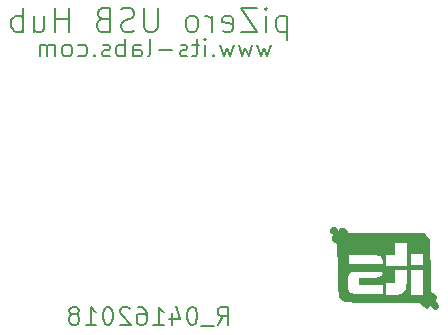
<source format=gbo>
G04 #@! TF.FileFunction,Legend,Bot*
%FSLAX46Y46*%
G04 Gerber Fmt 4.6, Leading zero omitted, Abs format (unit mm)*
G04 Created by KiCad (PCBNEW 4.0.7) date 05/12/18 20:25:59*
%MOMM*%
%LPD*%
G01*
G04 APERTURE LIST*
%ADD10C,0.127000*%
%ADD11C,0.010000*%
G04 APERTURE END LIST*
D10*
X151703372Y-84692371D02*
X151417658Y-85692371D01*
X151131944Y-84978086D01*
X150846229Y-85692371D01*
X150560515Y-84692371D01*
X150131943Y-84692371D02*
X149846229Y-85692371D01*
X149560515Y-84978086D01*
X149274800Y-85692371D01*
X148989086Y-84692371D01*
X148560514Y-84692371D02*
X148274800Y-85692371D01*
X147989086Y-84978086D01*
X147703371Y-85692371D01*
X147417657Y-84692371D01*
X146846228Y-85549514D02*
X146774800Y-85620943D01*
X146846228Y-85692371D01*
X146917657Y-85620943D01*
X146846228Y-85549514D01*
X146846228Y-85692371D01*
X146131942Y-85692371D02*
X146131942Y-84692371D01*
X146131942Y-84192371D02*
X146203371Y-84263800D01*
X146131942Y-84335229D01*
X146060514Y-84263800D01*
X146131942Y-84192371D01*
X146131942Y-84335229D01*
X145631942Y-84692371D02*
X145060513Y-84692371D01*
X145417656Y-84192371D02*
X145417656Y-85478086D01*
X145346228Y-85620943D01*
X145203370Y-85692371D01*
X145060513Y-85692371D01*
X144631942Y-85620943D02*
X144489085Y-85692371D01*
X144203370Y-85692371D01*
X144060513Y-85620943D01*
X143989085Y-85478086D01*
X143989085Y-85406657D01*
X144060513Y-85263800D01*
X144203370Y-85192371D01*
X144417656Y-85192371D01*
X144560513Y-85120943D01*
X144631942Y-84978086D01*
X144631942Y-84906657D01*
X144560513Y-84763800D01*
X144417656Y-84692371D01*
X144203370Y-84692371D01*
X144060513Y-84763800D01*
X143346227Y-85120943D02*
X142203370Y-85120943D01*
X141274798Y-85692371D02*
X141417656Y-85620943D01*
X141489084Y-85478086D01*
X141489084Y-84192371D01*
X140060513Y-85692371D02*
X140060513Y-84906657D01*
X140131942Y-84763800D01*
X140274799Y-84692371D01*
X140560513Y-84692371D01*
X140703370Y-84763800D01*
X140060513Y-85620943D02*
X140203370Y-85692371D01*
X140560513Y-85692371D01*
X140703370Y-85620943D01*
X140774799Y-85478086D01*
X140774799Y-85335229D01*
X140703370Y-85192371D01*
X140560513Y-85120943D01*
X140203370Y-85120943D01*
X140060513Y-85049514D01*
X139346227Y-85692371D02*
X139346227Y-84192371D01*
X139346227Y-84763800D02*
X139203370Y-84692371D01*
X138917656Y-84692371D01*
X138774799Y-84763800D01*
X138703370Y-84835229D01*
X138631941Y-84978086D01*
X138631941Y-85406657D01*
X138703370Y-85549514D01*
X138774799Y-85620943D01*
X138917656Y-85692371D01*
X139203370Y-85692371D01*
X139346227Y-85620943D01*
X138060513Y-85620943D02*
X137917656Y-85692371D01*
X137631941Y-85692371D01*
X137489084Y-85620943D01*
X137417656Y-85478086D01*
X137417656Y-85406657D01*
X137489084Y-85263800D01*
X137631941Y-85192371D01*
X137846227Y-85192371D01*
X137989084Y-85120943D01*
X138060513Y-84978086D01*
X138060513Y-84906657D01*
X137989084Y-84763800D01*
X137846227Y-84692371D01*
X137631941Y-84692371D01*
X137489084Y-84763800D01*
X136774798Y-85549514D02*
X136703370Y-85620943D01*
X136774798Y-85692371D01*
X136846227Y-85620943D01*
X136774798Y-85549514D01*
X136774798Y-85692371D01*
X135417655Y-85620943D02*
X135560512Y-85692371D01*
X135846226Y-85692371D01*
X135989084Y-85620943D01*
X136060512Y-85549514D01*
X136131941Y-85406657D01*
X136131941Y-84978086D01*
X136060512Y-84835229D01*
X135989084Y-84763800D01*
X135846226Y-84692371D01*
X135560512Y-84692371D01*
X135417655Y-84763800D01*
X134560512Y-85692371D02*
X134703370Y-85620943D01*
X134774798Y-85549514D01*
X134846227Y-85406657D01*
X134846227Y-84978086D01*
X134774798Y-84835229D01*
X134703370Y-84763800D01*
X134560512Y-84692371D01*
X134346227Y-84692371D01*
X134203370Y-84763800D01*
X134131941Y-84835229D01*
X134060512Y-84978086D01*
X134060512Y-85406657D01*
X134131941Y-85549514D01*
X134203370Y-85620943D01*
X134346227Y-85692371D01*
X134560512Y-85692371D01*
X133417655Y-85692371D02*
X133417655Y-84692371D01*
X133417655Y-84835229D02*
X133346227Y-84763800D01*
X133203369Y-84692371D01*
X132989084Y-84692371D01*
X132846227Y-84763800D01*
X132774798Y-84906657D01*
X132774798Y-85692371D01*
X132774798Y-84906657D02*
X132703369Y-84763800D01*
X132560512Y-84692371D01*
X132346227Y-84692371D01*
X132203369Y-84763800D01*
X132131941Y-84906657D01*
X132131941Y-85692371D01*
X153079269Y-82273829D02*
X153079269Y-84273829D01*
X153079269Y-82369067D02*
X152888792Y-82273829D01*
X152507840Y-82273829D01*
X152317364Y-82369067D01*
X152222126Y-82464305D01*
X152126888Y-82654781D01*
X152126888Y-83226210D01*
X152222126Y-83416686D01*
X152317364Y-83511924D01*
X152507840Y-83607162D01*
X152888792Y-83607162D01*
X153079269Y-83511924D01*
X151269745Y-83607162D02*
X151269745Y-82273829D01*
X151269745Y-81607162D02*
X151364983Y-81702400D01*
X151269745Y-81797638D01*
X151174506Y-81702400D01*
X151269745Y-81607162D01*
X151269745Y-81797638D01*
X150507840Y-81607162D02*
X149174506Y-81607162D01*
X150507840Y-83607162D01*
X149174506Y-83607162D01*
X147650697Y-83511924D02*
X147841173Y-83607162D01*
X148222125Y-83607162D01*
X148412602Y-83511924D01*
X148507840Y-83321448D01*
X148507840Y-82559543D01*
X148412602Y-82369067D01*
X148222125Y-82273829D01*
X147841173Y-82273829D01*
X147650697Y-82369067D01*
X147555459Y-82559543D01*
X147555459Y-82750019D01*
X148507840Y-82940495D01*
X146698316Y-83607162D02*
X146698316Y-82273829D01*
X146698316Y-82654781D02*
X146603077Y-82464305D01*
X146507839Y-82369067D01*
X146317363Y-82273829D01*
X146126887Y-82273829D01*
X145174506Y-83607162D02*
X145364982Y-83511924D01*
X145460221Y-83416686D01*
X145555459Y-83226210D01*
X145555459Y-82654781D01*
X145460221Y-82464305D01*
X145364982Y-82369067D01*
X145174506Y-82273829D01*
X144888792Y-82273829D01*
X144698316Y-82369067D01*
X144603078Y-82464305D01*
X144507840Y-82654781D01*
X144507840Y-83226210D01*
X144603078Y-83416686D01*
X144698316Y-83511924D01*
X144888792Y-83607162D01*
X145174506Y-83607162D01*
X142126887Y-81607162D02*
X142126887Y-83226210D01*
X142031648Y-83416686D01*
X141936410Y-83511924D01*
X141745934Y-83607162D01*
X141364982Y-83607162D01*
X141174506Y-83511924D01*
X141079267Y-83416686D01*
X140984029Y-83226210D01*
X140984029Y-81607162D01*
X140126887Y-83511924D02*
X139841172Y-83607162D01*
X139364982Y-83607162D01*
X139174506Y-83511924D01*
X139079268Y-83416686D01*
X138984029Y-83226210D01*
X138984029Y-83035733D01*
X139079268Y-82845257D01*
X139174506Y-82750019D01*
X139364982Y-82654781D01*
X139745934Y-82559543D01*
X139936410Y-82464305D01*
X140031649Y-82369067D01*
X140126887Y-82178590D01*
X140126887Y-81988114D01*
X140031649Y-81797638D01*
X139936410Y-81702400D01*
X139745934Y-81607162D01*
X139269744Y-81607162D01*
X138984029Y-81702400D01*
X137460220Y-82559543D02*
X137174506Y-82654781D01*
X137079267Y-82750019D01*
X136984029Y-82940495D01*
X136984029Y-83226210D01*
X137079267Y-83416686D01*
X137174506Y-83511924D01*
X137364982Y-83607162D01*
X138126887Y-83607162D01*
X138126887Y-81607162D01*
X137460220Y-81607162D01*
X137269744Y-81702400D01*
X137174506Y-81797638D01*
X137079267Y-81988114D01*
X137079267Y-82178590D01*
X137174506Y-82369067D01*
X137269744Y-82464305D01*
X137460220Y-82559543D01*
X138126887Y-82559543D01*
X134603077Y-83607162D02*
X134603077Y-81607162D01*
X134603077Y-82559543D02*
X133460219Y-82559543D01*
X133460219Y-83607162D02*
X133460219Y-81607162D01*
X131650696Y-82273829D02*
X131650696Y-83607162D01*
X132507839Y-82273829D02*
X132507839Y-83321448D01*
X132412600Y-83511924D01*
X132222124Y-83607162D01*
X131936410Y-83607162D01*
X131745934Y-83511924D01*
X131650696Y-83416686D01*
X130698315Y-83607162D02*
X130698315Y-81607162D01*
X130698315Y-82369067D02*
X130507838Y-82273829D01*
X130126886Y-82273829D01*
X129936410Y-82369067D01*
X129841172Y-82464305D01*
X129745934Y-82654781D01*
X129745934Y-83226210D01*
X129841172Y-83416686D01*
X129936410Y-83511924D01*
X130126886Y-83607162D01*
X130507838Y-83607162D01*
X130698315Y-83511924D01*
X147197826Y-108399971D02*
X147697826Y-107685686D01*
X148054969Y-108399971D02*
X148054969Y-106899971D01*
X147483541Y-106899971D01*
X147340683Y-106971400D01*
X147269255Y-107042829D01*
X147197826Y-107185686D01*
X147197826Y-107399971D01*
X147269255Y-107542829D01*
X147340683Y-107614257D01*
X147483541Y-107685686D01*
X148054969Y-107685686D01*
X146912112Y-108542829D02*
X145769255Y-108542829D01*
X145126398Y-106899971D02*
X144983541Y-106899971D01*
X144840684Y-106971400D01*
X144769255Y-107042829D01*
X144697826Y-107185686D01*
X144626398Y-107471400D01*
X144626398Y-107828543D01*
X144697826Y-108114257D01*
X144769255Y-108257114D01*
X144840684Y-108328543D01*
X144983541Y-108399971D01*
X145126398Y-108399971D01*
X145269255Y-108328543D01*
X145340684Y-108257114D01*
X145412112Y-108114257D01*
X145483541Y-107828543D01*
X145483541Y-107471400D01*
X145412112Y-107185686D01*
X145340684Y-107042829D01*
X145269255Y-106971400D01*
X145126398Y-106899971D01*
X143340684Y-107399971D02*
X143340684Y-108399971D01*
X143697827Y-106828543D02*
X144054970Y-107899971D01*
X143126398Y-107899971D01*
X141769256Y-108399971D02*
X142626399Y-108399971D01*
X142197827Y-108399971D02*
X142197827Y-106899971D01*
X142340684Y-107114257D01*
X142483542Y-107257114D01*
X142626399Y-107328543D01*
X140483542Y-106899971D02*
X140769256Y-106899971D01*
X140912113Y-106971400D01*
X140983542Y-107042829D01*
X141126399Y-107257114D01*
X141197828Y-107542829D01*
X141197828Y-108114257D01*
X141126399Y-108257114D01*
X141054971Y-108328543D01*
X140912113Y-108399971D01*
X140626399Y-108399971D01*
X140483542Y-108328543D01*
X140412113Y-108257114D01*
X140340685Y-108114257D01*
X140340685Y-107757114D01*
X140412113Y-107614257D01*
X140483542Y-107542829D01*
X140626399Y-107471400D01*
X140912113Y-107471400D01*
X141054971Y-107542829D01*
X141126399Y-107614257D01*
X141197828Y-107757114D01*
X139769257Y-107042829D02*
X139697828Y-106971400D01*
X139554971Y-106899971D01*
X139197828Y-106899971D01*
X139054971Y-106971400D01*
X138983542Y-107042829D01*
X138912114Y-107185686D01*
X138912114Y-107328543D01*
X138983542Y-107542829D01*
X139840685Y-108399971D01*
X138912114Y-108399971D01*
X137983543Y-106899971D02*
X137840686Y-106899971D01*
X137697829Y-106971400D01*
X137626400Y-107042829D01*
X137554971Y-107185686D01*
X137483543Y-107471400D01*
X137483543Y-107828543D01*
X137554971Y-108114257D01*
X137626400Y-108257114D01*
X137697829Y-108328543D01*
X137840686Y-108399971D01*
X137983543Y-108399971D01*
X138126400Y-108328543D01*
X138197829Y-108257114D01*
X138269257Y-108114257D01*
X138340686Y-107828543D01*
X138340686Y-107471400D01*
X138269257Y-107185686D01*
X138197829Y-107042829D01*
X138126400Y-106971400D01*
X137983543Y-106899971D01*
X136054972Y-108399971D02*
X136912115Y-108399971D01*
X136483543Y-108399971D02*
X136483543Y-106899971D01*
X136626400Y-107114257D01*
X136769258Y-107257114D01*
X136912115Y-107328543D01*
X135197829Y-107542829D02*
X135340687Y-107471400D01*
X135412115Y-107399971D01*
X135483544Y-107257114D01*
X135483544Y-107185686D01*
X135412115Y-107042829D01*
X135340687Y-106971400D01*
X135197829Y-106899971D01*
X134912115Y-106899971D01*
X134769258Y-106971400D01*
X134697829Y-107042829D01*
X134626401Y-107185686D01*
X134626401Y-107257114D01*
X134697829Y-107399971D01*
X134769258Y-107471400D01*
X134912115Y-107542829D01*
X135197829Y-107542829D01*
X135340687Y-107614257D01*
X135412115Y-107685686D01*
X135483544Y-107828543D01*
X135483544Y-108114257D01*
X135412115Y-108257114D01*
X135340687Y-108328543D01*
X135197829Y-108399971D01*
X134912115Y-108399971D01*
X134769258Y-108328543D01*
X134697829Y-108257114D01*
X134626401Y-108114257D01*
X134626401Y-107828543D01*
X134697829Y-107685686D01*
X134769258Y-107614257D01*
X134912115Y-107542829D01*
D11*
G36*
X156771181Y-100234992D02*
X156699381Y-100390187D01*
X156757978Y-100558876D01*
X156865886Y-100645381D01*
X156987015Y-100742989D01*
X156955690Y-100837377D01*
X156860032Y-101033818D01*
X156903174Y-101244522D01*
X157071151Y-101410702D01*
X157094767Y-101422843D01*
X157327600Y-101534325D01*
X157369934Y-103696295D01*
X157385910Y-104417975D01*
X157405054Y-104989670D01*
X157431370Y-105430726D01*
X157468859Y-105760488D01*
X157521524Y-105998302D01*
X157593368Y-106163514D01*
X157688392Y-106275470D01*
X157810600Y-106353517D01*
X157930207Y-106404379D01*
X158065448Y-106423991D01*
X158351281Y-106441685D01*
X158768971Y-106456997D01*
X159299782Y-106469461D01*
X159924979Y-106478614D01*
X160625827Y-106483991D01*
X161193810Y-106485267D01*
X164244662Y-106485267D01*
X164481934Y-106739267D01*
X164729812Y-106941368D01*
X164941709Y-106979636D01*
X165115627Y-106853717D01*
X165117622Y-106851008D01*
X165203162Y-106761100D01*
X165271432Y-106807902D01*
X165320434Y-106893341D01*
X165465196Y-107036995D01*
X165649456Y-107079117D01*
X165780156Y-107021489D01*
X165842910Y-106863287D01*
X165815698Y-106672033D01*
X165716429Y-106531627D01*
X165671125Y-106510807D01*
X165560882Y-106464444D01*
X165569520Y-106377303D01*
X165630712Y-106276664D01*
X165715494Y-106057965D01*
X165643780Y-105882675D01*
X165415827Y-105737971D01*
X165167103Y-105627875D01*
X165145382Y-103691267D01*
X164566600Y-103691267D01*
X164566600Y-105892600D01*
X163465934Y-105892600D01*
X163465934Y-103691267D01*
X163211934Y-103691267D01*
X163211934Y-104447755D01*
X163203039Y-104815236D01*
X163179325Y-105139823D01*
X163145251Y-105368040D01*
X163131168Y-105416674D01*
X162973893Y-105646267D01*
X162698279Y-105797010D01*
X162289525Y-105874891D01*
X161963100Y-105889210D01*
X161349267Y-105892600D01*
X161349267Y-104791933D01*
X162111267Y-104791933D01*
X162111267Y-104023886D01*
X161179934Y-104023886D01*
X161151405Y-104200536D01*
X161050201Y-104323039D01*
X160852894Y-104400148D01*
X160536059Y-104440618D01*
X160076266Y-104453202D01*
X160030886Y-104453267D01*
X159147934Y-104453267D01*
X159147934Y-104961267D01*
X161179934Y-104961267D01*
X161179934Y-105807933D01*
X159810767Y-105807933D01*
X159283161Y-105805510D01*
X158898629Y-105796636D01*
X158630958Y-105778899D01*
X158453936Y-105749890D01*
X158341352Y-105707199D01*
X158286767Y-105667811D01*
X158205543Y-105561200D01*
X158157810Y-105396409D01*
X158135945Y-105133114D01*
X158131934Y-104848978D01*
X158134240Y-104510894D01*
X158155853Y-104260288D01*
X158218815Y-104084067D01*
X158345167Y-103969141D01*
X158556951Y-103902418D01*
X158876208Y-103870806D01*
X159324981Y-103861215D01*
X159796056Y-103860600D01*
X160309208Y-103861667D01*
X160677088Y-103866760D01*
X160923754Y-103878718D01*
X161073264Y-103900380D01*
X161149674Y-103934584D01*
X161177043Y-103984169D01*
X161179934Y-104023886D01*
X162111267Y-104023886D01*
X162111267Y-103691267D01*
X163211934Y-103691267D01*
X163465934Y-103691267D01*
X164566600Y-103691267D01*
X165145382Y-103691267D01*
X165142018Y-103391354D01*
X165130189Y-102336600D01*
X164566600Y-102336600D01*
X164566600Y-103352600D01*
X163465934Y-103352600D01*
X163465934Y-102336600D01*
X164566600Y-102336600D01*
X165130189Y-102336600D01*
X165119743Y-101405267D01*
X163211934Y-101405267D01*
X163211934Y-103437267D01*
X161349267Y-103437267D01*
X161349267Y-103013933D01*
X161179934Y-103013933D01*
X161179934Y-103267933D01*
X158216600Y-103267933D01*
X158216600Y-102421267D01*
X159528934Y-102421267D01*
X160032794Y-102422953D01*
X160395508Y-102430161D01*
X160645247Y-102446108D01*
X160810182Y-102474014D01*
X160918486Y-102517100D01*
X160998329Y-102578585D01*
X161010600Y-102590600D01*
X161138061Y-102804179D01*
X161179934Y-103013933D01*
X161349267Y-103013933D01*
X161349267Y-102421267D01*
X162111267Y-102421267D01*
X162111267Y-101405267D01*
X163211934Y-101405267D01*
X165119743Y-101405267D01*
X165116934Y-101154834D01*
X164882261Y-100920217D01*
X164647587Y-100685600D01*
X161435957Y-100661532D01*
X158224327Y-100637465D01*
X158060112Y-100428699D01*
X157864348Y-100266123D01*
X157660173Y-100228170D01*
X157495963Y-100320423D01*
X157469032Y-100360472D01*
X157401542Y-100446082D01*
X157336293Y-100394580D01*
X157289797Y-100313064D01*
X157148214Y-100168541D01*
X156962073Y-100151359D01*
X156771181Y-100234992D01*
X156771181Y-100234992D01*
G37*
X156771181Y-100234992D02*
X156699381Y-100390187D01*
X156757978Y-100558876D01*
X156865886Y-100645381D01*
X156987015Y-100742989D01*
X156955690Y-100837377D01*
X156860032Y-101033818D01*
X156903174Y-101244522D01*
X157071151Y-101410702D01*
X157094767Y-101422843D01*
X157327600Y-101534325D01*
X157369934Y-103696295D01*
X157385910Y-104417975D01*
X157405054Y-104989670D01*
X157431370Y-105430726D01*
X157468859Y-105760488D01*
X157521524Y-105998302D01*
X157593368Y-106163514D01*
X157688392Y-106275470D01*
X157810600Y-106353517D01*
X157930207Y-106404379D01*
X158065448Y-106423991D01*
X158351281Y-106441685D01*
X158768971Y-106456997D01*
X159299782Y-106469461D01*
X159924979Y-106478614D01*
X160625827Y-106483991D01*
X161193810Y-106485267D01*
X164244662Y-106485267D01*
X164481934Y-106739267D01*
X164729812Y-106941368D01*
X164941709Y-106979636D01*
X165115627Y-106853717D01*
X165117622Y-106851008D01*
X165203162Y-106761100D01*
X165271432Y-106807902D01*
X165320434Y-106893341D01*
X165465196Y-107036995D01*
X165649456Y-107079117D01*
X165780156Y-107021489D01*
X165842910Y-106863287D01*
X165815698Y-106672033D01*
X165716429Y-106531627D01*
X165671125Y-106510807D01*
X165560882Y-106464444D01*
X165569520Y-106377303D01*
X165630712Y-106276664D01*
X165715494Y-106057965D01*
X165643780Y-105882675D01*
X165415827Y-105737971D01*
X165167103Y-105627875D01*
X165145382Y-103691267D01*
X164566600Y-103691267D01*
X164566600Y-105892600D01*
X163465934Y-105892600D01*
X163465934Y-103691267D01*
X163211934Y-103691267D01*
X163211934Y-104447755D01*
X163203039Y-104815236D01*
X163179325Y-105139823D01*
X163145251Y-105368040D01*
X163131168Y-105416674D01*
X162973893Y-105646267D01*
X162698279Y-105797010D01*
X162289525Y-105874891D01*
X161963100Y-105889210D01*
X161349267Y-105892600D01*
X161349267Y-104791933D01*
X162111267Y-104791933D01*
X162111267Y-104023886D01*
X161179934Y-104023886D01*
X161151405Y-104200536D01*
X161050201Y-104323039D01*
X160852894Y-104400148D01*
X160536059Y-104440618D01*
X160076266Y-104453202D01*
X160030886Y-104453267D01*
X159147934Y-104453267D01*
X159147934Y-104961267D01*
X161179934Y-104961267D01*
X161179934Y-105807933D01*
X159810767Y-105807933D01*
X159283161Y-105805510D01*
X158898629Y-105796636D01*
X158630958Y-105778899D01*
X158453936Y-105749890D01*
X158341352Y-105707199D01*
X158286767Y-105667811D01*
X158205543Y-105561200D01*
X158157810Y-105396409D01*
X158135945Y-105133114D01*
X158131934Y-104848978D01*
X158134240Y-104510894D01*
X158155853Y-104260288D01*
X158218815Y-104084067D01*
X158345167Y-103969141D01*
X158556951Y-103902418D01*
X158876208Y-103870806D01*
X159324981Y-103861215D01*
X159796056Y-103860600D01*
X160309208Y-103861667D01*
X160677088Y-103866760D01*
X160923754Y-103878718D01*
X161073264Y-103900380D01*
X161149674Y-103934584D01*
X161177043Y-103984169D01*
X161179934Y-104023886D01*
X162111267Y-104023886D01*
X162111267Y-103691267D01*
X163211934Y-103691267D01*
X163465934Y-103691267D01*
X164566600Y-103691267D01*
X165145382Y-103691267D01*
X165142018Y-103391354D01*
X165130189Y-102336600D01*
X164566600Y-102336600D01*
X164566600Y-103352600D01*
X163465934Y-103352600D01*
X163465934Y-102336600D01*
X164566600Y-102336600D01*
X165130189Y-102336600D01*
X165119743Y-101405267D01*
X163211934Y-101405267D01*
X163211934Y-103437267D01*
X161349267Y-103437267D01*
X161349267Y-103013933D01*
X161179934Y-103013933D01*
X161179934Y-103267933D01*
X158216600Y-103267933D01*
X158216600Y-102421267D01*
X159528934Y-102421267D01*
X160032794Y-102422953D01*
X160395508Y-102430161D01*
X160645247Y-102446108D01*
X160810182Y-102474014D01*
X160918486Y-102517100D01*
X160998329Y-102578585D01*
X161010600Y-102590600D01*
X161138061Y-102804179D01*
X161179934Y-103013933D01*
X161349267Y-103013933D01*
X161349267Y-102421267D01*
X162111267Y-102421267D01*
X162111267Y-101405267D01*
X163211934Y-101405267D01*
X165119743Y-101405267D01*
X165116934Y-101154834D01*
X164882261Y-100920217D01*
X164647587Y-100685600D01*
X161435957Y-100661532D01*
X158224327Y-100637465D01*
X158060112Y-100428699D01*
X157864348Y-100266123D01*
X157660173Y-100228170D01*
X157495963Y-100320423D01*
X157469032Y-100360472D01*
X157401542Y-100446082D01*
X157336293Y-100394580D01*
X157289797Y-100313064D01*
X157148214Y-100168541D01*
X156962073Y-100151359D01*
X156771181Y-100234992D01*
M02*

</source>
